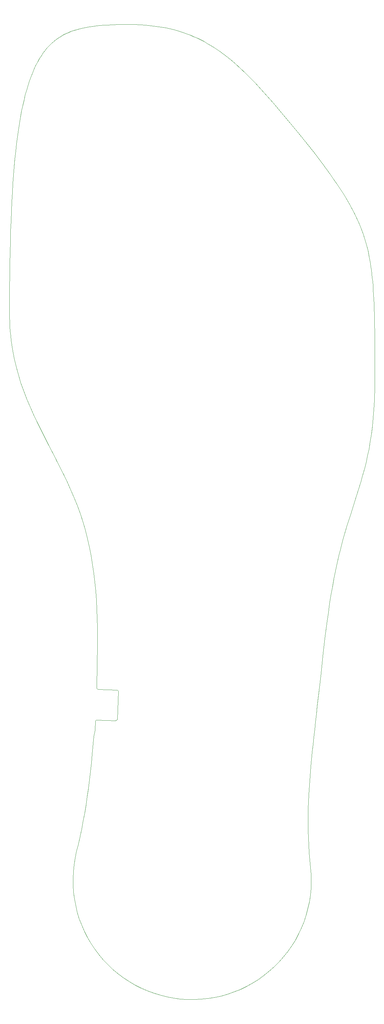
<source format=gm1>
G04 #@! TF.GenerationSoftware,KiCad,Pcbnew,(5.0.0)*
G04 #@! TF.CreationDate,2020-01-29T13:42:57+01:00*
G04 #@! TF.ProjectId,Insole_PCB,496E736F6C655F5043422E6B69636164,rev?*
G04 #@! TF.SameCoordinates,Original*
G04 #@! TF.FileFunction,Profile,NP*
%FSLAX46Y46*%
G04 Gerber Fmt 4.6, Leading zero omitted, Abs format (unit mm)*
G04 Created by KiCad (PCBNEW (5.0.0)) date 01/29/20 13:42:57*
%MOMM*%
%LPD*%
G01*
G04 APERTURE LIST*
%ADD10C,0.100000*%
G04 APERTURE END LIST*
D10*
X253816682Y-138789395D02*
X254148002Y-136943200D01*
X253054560Y-142306733D02*
X253451190Y-140574257D01*
X254908897Y-130956098D02*
X255076578Y-128788257D01*
X254696718Y-133033821D02*
X254908897Y-130956098D01*
X254442256Y-135027244D02*
X254696718Y-133033821D01*
X254148002Y-136943200D02*
X254442256Y-135027244D01*
X252629940Y-143996087D02*
X253054560Y-142306733D01*
X253451190Y-140574257D02*
X253816682Y-138789395D01*
X241388736Y-197934565D02*
X241627882Y-195791776D01*
X240232884Y-208159793D02*
X240457424Y-206181595D01*
X240013147Y-210110899D02*
X240013484Y-210107599D01*
X237309287Y-258847310D02*
X237859704Y-257203700D01*
X237859704Y-257203700D02*
X238315121Y-255531270D01*
X238519088Y-226673121D02*
X238742216Y-223120735D01*
X239161697Y-248664159D02*
X239126087Y-246931201D01*
X241152140Y-200046303D02*
X241388736Y-197934565D01*
X235107618Y-263551920D02*
X235930983Y-262026640D01*
X240917859Y-202124982D02*
X241152140Y-200046303D01*
X240457484Y-206181293D02*
X240686094Y-204169912D01*
X240457424Y-206181595D02*
X240457484Y-206181293D01*
X240232710Y-208161493D02*
X240232884Y-208159793D01*
X238745116Y-223081725D02*
X239041280Y-219490698D01*
X239595584Y-213919664D02*
X239800037Y-212031885D01*
X238347907Y-233907615D02*
X238350307Y-232119334D01*
X228475716Y-271498350D02*
X229764890Y-270339710D01*
X238935300Y-252121986D02*
X239098027Y-250396314D01*
X232133895Y-267810750D02*
X233205955Y-266448730D01*
X238315121Y-255531270D02*
X238674046Y-253835507D01*
X239043780Y-219462128D02*
X239398384Y-215804054D01*
X242634056Y-186986303D02*
X243188584Y-182572849D01*
X238521583Y-239457915D02*
X238433413Y-237623582D01*
X240013484Y-210107599D02*
X240232710Y-208161493D01*
X244147403Y-176018396D02*
X244500824Y-173931589D01*
X233205955Y-266448730D02*
X234198279Y-265027560D01*
X241627882Y-195791776D02*
X241627984Y-195790576D01*
X252180578Y-145651710D02*
X252629940Y-143996087D01*
X251709843Y-147282917D02*
X252180578Y-145651710D01*
X230985615Y-269109160D02*
X232133895Y-267810750D01*
X251222009Y-148896062D02*
X251709843Y-147282917D01*
X247610147Y-160454567D02*
X248114531Y-158745404D01*
X250203345Y-152122646D02*
X251222009Y-148896062D01*
X239098027Y-250396314D02*
X239161697Y-248664159D01*
X235930983Y-262026640D02*
X236665675Y-260456710D01*
X249161554Y-155373014D02*
X250203345Y-152122646D01*
X243492082Y-180349096D02*
X243806858Y-178189987D01*
X238800230Y-243255411D02*
X238646537Y-241379493D01*
X241627984Y-195790576D02*
X242117187Y-191430205D01*
X246627129Y-164045347D02*
X247103700Y-162254016D01*
X240686094Y-204169912D02*
X240917859Y-202124982D01*
X238644037Y-241346013D02*
X238523483Y-239491625D01*
X238381610Y-230267019D02*
X238519453Y-226670707D01*
X248122731Y-158718387D02*
X249156054Y-155390379D01*
X238350590Y-232088514D02*
X238380410Y-230309549D01*
X236665675Y-260456710D02*
X237309287Y-258847310D01*
X247111200Y-162226357D02*
X247603147Y-160478739D01*
X246160517Y-165914706D02*
X246619329Y-164075449D01*
X229764890Y-270339710D02*
X230985615Y-269109160D01*
X234198279Y-265027560D02*
X235107618Y-263551920D01*
X239399884Y-215788824D02*
X239594809Y-213926764D01*
X245713735Y-167836002D02*
X246152917Y-165946096D01*
X242118084Y-191422205D02*
X242631856Y-187004603D01*
X245288510Y-169809498D02*
X245706635Y-167867682D01*
X238374609Y-235740612D02*
X238348099Y-233939735D01*
X239126087Y-246931201D02*
X238988469Y-245166424D01*
X243191384Y-182551799D02*
X243489482Y-180367206D01*
X238674046Y-253835507D02*
X238935300Y-252121986D01*
X244505624Y-173904699D02*
X244880194Y-171862705D01*
X239800584Y-212026785D02*
X240013147Y-210110899D01*
X238988469Y-245166424D02*
X238803230Y-243288381D01*
X244885794Y-171833495D02*
X245282110Y-169840378D01*
X238432113Y-237590012D02*
X238375343Y-235773652D01*
X243810058Y-178168797D02*
X244143403Y-176042576D01*
X219554017Y-276745380D02*
X221158219Y-276088890D01*
X214553314Y-278150240D02*
X216246146Y-277777740D01*
X207652845Y-278657560D02*
X209386035Y-278679260D01*
X211117627Y-278601760D02*
X212841938Y-278425210D01*
X197536521Y-276469420D02*
X199161033Y-277073890D01*
X187489393Y-269809860D02*
X188749127Y-271000450D01*
X179726331Y-256475110D02*
X180235384Y-258132000D01*
X178778430Y-251368039D02*
X178996658Y-253087571D01*
X178895817Y-244449933D02*
X178717793Y-246174098D01*
X178996658Y-253087571D02*
X179312970Y-254791789D01*
X204204396Y-278316940D02*
X205923743Y-278536640D01*
X227122323Y-272581290D02*
X228475716Y-271498350D01*
X209386035Y-278679260D02*
X211117627Y-278601760D01*
X202500448Y-277999170D02*
X204204396Y-278316940D01*
X184146924Y-265833860D02*
X185184514Y-267222320D01*
X188749127Y-271000450D02*
X190074956Y-272116960D01*
X180235384Y-258132000D02*
X180838458Y-259757030D01*
X179172255Y-242738796D02*
X178895817Y-244449933D01*
X224240839Y-274506090D02*
X225709155Y-273584960D01*
X216246146Y-277777740D02*
X217914870Y-277308950D01*
X199161033Y-277073890D02*
X200817486Y-277584360D01*
X178659003Y-249638829D02*
X178778430Y-251368039D01*
X195949278Y-275772940D02*
X197536521Y-276469420D01*
X180838458Y-259757030D02*
X181533576Y-261344860D01*
X192907292Y-274113380D02*
X194404515Y-274986740D01*
X191462525Y-273155740D02*
X192907292Y-274113380D01*
X190074956Y-272116960D02*
X191462525Y-273155740D01*
X186299889Y-268549110D02*
X187489393Y-269809860D01*
X178717793Y-246174098D02*
X178638763Y-247905623D01*
X183190527Y-264388270D02*
X184146924Y-265833860D01*
X181533576Y-261344860D02*
X182318457Y-262890310D01*
X182318457Y-262890310D02*
X183190527Y-264388270D01*
X178638763Y-247905623D02*
X178659003Y-249638829D01*
X225709155Y-273584960D02*
X227122323Y-272581290D01*
X205923743Y-278536640D02*
X207652845Y-278657560D01*
X179312970Y-254791789D02*
X179726331Y-256475110D01*
X221158219Y-276088890D02*
X222722201Y-275341650D01*
X212841938Y-278425210D02*
X214553314Y-278150240D01*
X222722201Y-275341650D02*
X224240839Y-274506090D01*
X200817486Y-277584360D02*
X202500448Y-277999170D01*
X194404515Y-274986740D02*
X195949278Y-275772940D01*
X217914870Y-277308950D02*
X219554017Y-276745380D01*
X185184514Y-267222320D02*
X186299889Y-268549110D01*
X185490712Y-31280957D02*
X184561092Y-31374257D01*
X208431391Y-33722247D02*
X207481815Y-33360267D01*
X211938977Y-35356437D02*
X211101699Y-34921847D01*
X229484747Y-50927057D02*
X227212643Y-48360497D01*
X223681007Y-44597777D02*
X222460182Y-43380637D01*
X197140230Y-31188257D02*
X195743247Y-31094757D01*
X205480359Y-32699487D02*
X204423777Y-32403067D01*
X211101699Y-34921847D02*
X210239285Y-34504017D01*
X176733848Y-33410147D02*
X176087263Y-33744227D01*
X221210573Y-42188087D02*
X219927008Y-41024397D01*
X240130023Y-63891062D02*
X238108342Y-61311345D01*
X187432256Y-31141857D02*
X186447758Y-31203857D01*
X177402763Y-33102767D02*
X176733848Y-33410147D01*
X178095110Y-32820947D02*
X177402763Y-33102767D01*
X188438279Y-31094057D02*
X187432256Y-31141857D01*
X210239285Y-34504017D02*
X209349844Y-34103827D01*
X178811836Y-32563637D02*
X178095110Y-32820947D01*
X217233011Y-38802117D02*
X215807596Y-37753457D01*
X204423777Y-32403067D02*
X203326656Y-32131017D01*
X222460182Y-43380637D02*
X221210573Y-42188087D01*
X183658867Y-31484817D02*
X182783955Y-31613637D01*
X227212643Y-48360497D02*
X224872956Y-45830907D01*
X201000423Y-31665697D02*
X199765930Y-31475487D01*
X231708475Y-53517977D02*
X229484747Y-50927057D01*
X195743247Y-31094757D02*
X194286221Y-31037257D01*
X206498905Y-33018967D02*
X205480359Y-32699487D01*
X198480150Y-31315757D02*
X197140230Y-31188257D01*
X224872956Y-45830907D02*
X223681007Y-44597777D01*
X203326656Y-32131017D02*
X202186421Y-31884727D01*
X236024415Y-58718929D02*
X233888871Y-56118741D01*
X179553725Y-32329927D02*
X178811836Y-32563637D01*
X194286221Y-31037257D02*
X192761186Y-31017557D01*
X214318005Y-36753507D02*
X212742104Y-35800967D01*
X180321437Y-32118927D02*
X179553725Y-32329927D01*
X199765930Y-31475487D02*
X198480150Y-31315757D01*
X181115467Y-31929797D02*
X180321437Y-32118927D01*
X209349844Y-34103827D02*
X208431391Y-33722247D01*
X233888871Y-56118741D02*
X231708475Y-53517977D01*
X238108342Y-61311345D02*
X236024415Y-58718929D01*
X202186421Y-31884727D02*
X201000423Y-31665697D01*
X242076237Y-66454319D02*
X240130023Y-63891062D01*
X181936210Y-31761657D02*
X181115467Y-31929797D01*
X182783955Y-31613637D02*
X181936210Y-31761657D01*
X207481815Y-33360267D02*
X206498905Y-33018967D01*
X215807596Y-37753457D02*
X214318005Y-36753507D01*
X184561092Y-31374257D02*
X183658867Y-31484817D01*
X192761186Y-31017557D02*
X190552056Y-31034957D01*
X186447758Y-31203857D02*
X185490712Y-31280957D01*
X190552056Y-31034957D02*
X188438279Y-31094057D01*
X212742104Y-35800967D02*
X211938977Y-35356437D01*
X218603474Y-39894117D02*
X217233011Y-38802117D01*
X219927008Y-41024397D02*
X218603474Y-39894117D01*
X245682787Y-71521094D02*
X244822157Y-70262606D01*
X246512833Y-72774662D02*
X245682787Y-71521094D01*
X248800604Y-76516630D02*
X248073500Y-75270818D01*
X253198078Y-86976479D02*
X252790078Y-85556045D01*
X247310348Y-74024132D02*
X246512833Y-72774662D01*
X248073500Y-75270818D02*
X247310348Y-74024132D01*
X250752045Y-80279414D02*
X250140982Y-79016986D01*
X251322714Y-81557056D02*
X250752045Y-80279414D01*
X251852628Y-82856683D02*
X251322714Y-81557056D01*
X255295004Y-117623483D02*
X255292504Y-115719945D01*
X255289894Y-122946679D02*
X255296094Y-121698412D01*
X255134074Y-103231090D02*
X255088524Y-101957705D01*
X252341697Y-84186478D02*
X251852628Y-82856683D01*
X255076578Y-128788257D02*
X255198184Y-126520088D01*
X254651204Y-95328000D02*
X254548395Y-94365950D01*
X255296094Y-121698412D02*
X255295957Y-119616511D01*
X252790078Y-85556045D02*
X252341697Y-84186478D01*
X253566133Y-88460326D02*
X253198078Y-86976479D01*
X255231314Y-107400347D02*
X255205014Y-105949146D01*
X253894763Y-90021562D02*
X253566133Y-88460326D01*
X254185921Y-91683013D02*
X253894763Y-90021562D01*
X255088524Y-101957705D02*
X255035704Y-100737246D01*
X255292504Y-115719945D02*
X255287604Y-113901631D01*
X254548395Y-94365950D02*
X254436472Y-93437978D01*
X254745084Y-96326561D02*
X254651204Y-95328000D01*
X255271434Y-124164814D02*
X255289894Y-122946679D01*
X254906864Y-98443283D02*
X254830224Y-97364123D01*
X255287604Y-113901631D02*
X255279704Y-112164425D01*
X254975264Y-99566734D02*
X254906864Y-98443283D01*
X255035704Y-100737246D02*
X254975264Y-99566734D01*
X255172764Y-104560502D02*
X255134074Y-103231090D01*
X255198184Y-126520088D02*
X255240754Y-125357774D01*
X255252154Y-108917557D02*
X255231314Y-107400347D01*
X255279704Y-112164425D02*
X255268094Y-110504345D01*
X255268094Y-110504345D02*
X255252154Y-108917557D01*
X255240754Y-125357774D02*
X255271434Y-124164814D01*
X249490178Y-77764195D02*
X248800604Y-76516630D01*
X255295957Y-119616511D02*
X255295004Y-117623483D01*
X243936019Y-69003162D02*
X242076237Y-66454319D01*
X244822157Y-70262606D02*
X243936019Y-69003162D01*
X250140982Y-79016986D02*
X249490178Y-77764195D01*
X254436472Y-93437978D02*
X254315287Y-92541735D01*
X254830224Y-97364123D02*
X254745084Y-96326561D01*
X254315287Y-92541735D02*
X254185921Y-91683013D01*
X255205014Y-105949146D02*
X255172764Y-104560502D01*
X180001654Y-239165686D02*
X179554480Y-241010309D01*
X184558552Y-177278891D02*
X184677335Y-179544851D01*
X183069205Y-220742288D02*
X182817837Y-222877989D01*
X180494453Y-155370707D02*
X181194453Y-157520707D01*
X183619453Y-168220707D02*
X183944453Y-170470707D01*
X183521562Y-216360492D02*
X183306238Y-218544289D01*
X178119453Y-149320707D02*
X178951626Y-151267439D01*
X181593331Y-231264781D02*
X181236960Y-233257906D01*
X182844453Y-163845707D02*
X183269453Y-165995707D01*
X183304338Y-218562389D02*
X183071405Y-220722918D01*
X183944453Y-170470707D02*
X184194453Y-172695707D01*
X179744453Y-153295707D02*
X180494453Y-155370707D01*
X182541783Y-225030386D02*
X182250947Y-227112425D01*
X172406864Y-137732789D02*
X174367249Y-141534125D01*
X184678735Y-179575691D02*
X184763015Y-181856204D01*
X182247447Y-227136085D02*
X181935598Y-229189453D01*
X183269453Y-165995707D02*
X183619453Y-168220707D01*
X179554480Y-241010309D02*
X179172255Y-242738796D01*
X180436435Y-237236891D02*
X180008954Y-239134146D01*
X174378989Y-141557285D02*
X176294453Y-145395707D01*
X184398605Y-174995090D02*
X184556352Y-177243621D01*
X182815337Y-222898689D02*
X182544683Y-225008236D01*
X183919453Y-211845707D02*
X183523862Y-216335402D01*
X176298785Y-145402555D02*
X177194453Y-147320707D01*
X184818437Y-184208495D02*
X184850447Y-188817269D01*
X181931598Y-229214583D02*
X181597831Y-231238261D01*
X181795575Y-159563554D02*
X182344453Y-161645707D01*
X180846410Y-235276788D02*
X180443035Y-237206491D01*
X184763838Y-181882894D02*
X184817938Y-184175215D01*
X182344453Y-161645707D02*
X182844453Y-163845707D01*
X178944453Y-151270707D02*
X179744453Y-153295707D01*
X181231760Y-233285886D02*
X180852210Y-235247558D01*
X177194453Y-147320707D02*
X178119453Y-149320707D01*
X184850342Y-188853899D02*
X184794453Y-193495707D01*
X184194453Y-172695707D02*
X184395405Y-174955110D01*
X181193949Y-157520965D02*
X181795575Y-159563554D01*
X162712214Y-86188199D02*
X162646934Y-88944961D01*
X162609764Y-107734225D02*
X162693614Y-108921885D01*
X163100238Y-76016346D02*
X162983819Y-78433590D01*
X165875523Y-51574217D02*
X165575571Y-53025807D01*
X165019781Y-56131230D02*
X164763847Y-57787448D01*
X171576201Y-37573227D02*
X171080291Y-38226897D01*
X162506974Y-100865830D02*
X162501274Y-104067923D01*
X162513444Y-105311430D02*
X162549634Y-106530829D01*
X173699991Y-35376567D02*
X173146819Y-35867547D01*
X163229902Y-73680794D02*
X163100238Y-76016346D01*
X164522453Y-59514271D02*
X164295505Y-61312894D01*
X170128235Y-39674987D02*
X169672050Y-40473437D01*
X167222300Y-46414137D02*
X166863659Y-47609637D01*
X173146819Y-35867547D02*
X172608962Y-36395817D01*
X162983819Y-78433590D02*
X162880464Y-80933804D01*
X163700111Y-67151725D02*
X163529673Y-69249738D01*
X164763847Y-57787448D02*
X164522453Y-59514271D01*
X163884465Y-65130398D02*
X163700111Y-67151725D01*
X164082885Y-63184536D02*
X163884465Y-65130398D01*
X165290334Y-54544417D02*
X165019781Y-56131230D01*
X162880464Y-80933804D02*
X162789994Y-83518245D01*
X165575571Y-53025807D02*
X165290334Y-54544417D01*
X172608962Y-36395817D02*
X172085620Y-36963617D01*
X176087263Y-33744227D02*
X175461843Y-34106317D01*
X162593974Y-91789809D02*
X162553124Y-94724038D01*
X163529673Y-69249738D02*
X163372989Y-71425677D01*
X169672050Y-40473437D02*
X169229234Y-41323977D01*
X170458075Y-133911513D02*
X172406864Y-137732789D01*
X169515605Y-131995406D02*
X170458075Y-133911513D01*
X168601721Y-130062151D02*
X169515605Y-131995406D01*
X167725892Y-128110070D02*
X168601721Y-130062151D01*
X168384423Y-43188037D02*
X167982841Y-44204657D01*
X162646934Y-88944961D02*
X162593974Y-91789809D01*
X166895862Y-126134448D02*
X167725892Y-128110070D01*
X170597662Y-38926797D02*
X170128235Y-39674987D01*
X162549634Y-106530829D02*
X162609764Y-107734225D01*
X163372989Y-71425677D02*
X163229902Y-73680794D01*
X166863659Y-47609637D02*
X166519604Y-48867337D01*
X167595410Y-45279567D02*
X167222300Y-46414137D01*
X169229234Y-41323977D02*
X168799954Y-42228317D01*
X164295505Y-61312894D02*
X164082885Y-63184536D01*
X166519604Y-48867337D02*
X166190207Y-50188467D01*
X174856332Y-34497907D02*
X174269453Y-34920707D01*
X163676259Y-115737455D02*
X164175275Y-117901639D01*
X163084478Y-112393666D02*
X163258351Y-113511593D01*
X166119035Y-124130536D02*
X166895862Y-126134448D01*
X167982841Y-44204657D02*
X167595410Y-45279567D01*
X165402402Y-122093577D02*
X166119035Y-124130536D01*
X172085620Y-36963617D02*
X171576201Y-37573227D01*
X164752477Y-120018834D02*
X165402402Y-122093577D01*
X162789994Y-83518245D02*
X162712214Y-86188199D01*
X162553124Y-94724038D02*
X162524194Y-97748946D01*
X168799954Y-42228317D02*
X168384423Y-43188037D01*
X164175275Y-117901639D02*
X164752477Y-120018834D01*
X163258351Y-113511593D02*
X163676259Y-115737455D01*
X162931326Y-111251235D02*
X163084478Y-112393666D01*
X175461843Y-34106317D02*
X174856332Y-34497907D01*
X171080291Y-38226897D02*
X170597662Y-38926797D01*
X162800911Y-110094103D02*
X162931326Y-111251235D01*
X162501274Y-104067923D02*
X162513444Y-105311430D01*
X166190207Y-50188467D02*
X165875523Y-51574217D01*
X162693614Y-108921885D02*
X162800911Y-110094103D01*
X162524194Y-97748946D02*
X162506974Y-100865830D01*
X174269453Y-34920707D02*
X173699991Y-35376567D01*
X189909453Y-207530707D02*
X190159453Y-200400707D01*
X189909452Y-207529361D02*
G75*
G02X189463259Y-207890707I-401061J39080D01*
G01*
X184719453Y-207720707D02*
X189469453Y-207890707D01*
X189879269Y-200102814D02*
G75*
G02X190159453Y-200390707I-26761J-306331D01*
G01*
X184368954Y-208016623D02*
G75*
G02X184719453Y-207720707I320499J-24084D01*
G01*
X185015369Y-199930706D02*
G75*
G02X184719453Y-199580207I24084J320499D01*
G01*
X184369453Y-208020707D02*
X184272133Y-210273976D01*
X184272133Y-210273976D02*
X183919453Y-211845707D01*
X185019453Y-199930707D02*
X189879453Y-200100707D01*
X184794453Y-193495707D02*
X184719453Y-199570707D01*
M02*

</source>
